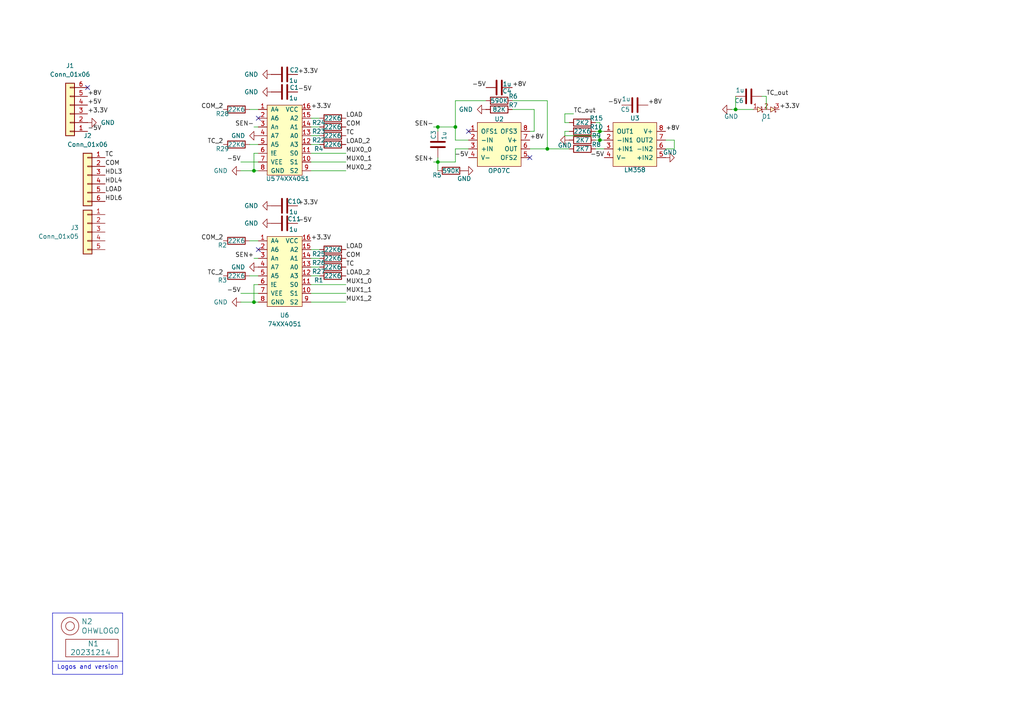
<source format=kicad_sch>
(kicad_sch (version 20231120) (generator "eeschema") (generator_version "8.0")
  (paper "A4")
  (lib_symbols
    (symbol "Connector_Generic:Conn_01x05" (pin_names (offset 1.016) hide)
      (property "Reference" "J" (at 0 7.62 0))
      (property "Value" "Conn_01x05" (at 0 -7.62 0))
      (symbol "Conn_01x05_1_1"
        (rectangle (start -1.27 -4.953) (end 0 -5.207) (stroke (width 0.1524)))
        (rectangle (start -1.27 -2.413) (end 0 -2.667) (stroke (width 0.1524)))
        (rectangle (start -1.27 0.127) (end 0 -0.127) (stroke (width 0.1524)))
        (rectangle (start -1.27 2.667) (end 0 2.413) (stroke (width 0.1524)))
        (rectangle (start -1.27 5.207) (end 0 4.953) (stroke (width 0.1524)))
        (rectangle (start -1.27 6.35) (end 1.27 -6.35) (stroke (width 0.254)) (fill (type background)))
        (pin passive line (at -5.08 5.08 0) (length 3.81) (name "Pin_1") (number "1"))
        (pin passive line (at -5.08 2.54 0) (length 3.81) (name "Pin_2") (number "2"))
        (pin passive line (at -5.08 0 0) (length 3.81) (name "Pin_3") (number "3"))
        (pin passive line (at -5.08 -2.54 0) (length 3.81) (name "Pin_4") (number "4"))
        (pin passive line (at -5.08 -5.08 0) (length 3.81) (name "Pin_5") (number "5"))
      )
    )
    (symbol "Connector_Generic:Conn_01x06" (pin_names (offset 1.016) hide)
      (property "Reference" "J" (at 0 7.62 0))
      (property "Value" "Conn_01x06" (at 0 -10.16 0))
      (symbol "Conn_01x06_1_1"
        (rectangle (start -1.27 -7.493) (end 0 -7.747) (stroke (width 0.1524)))
        (rectangle (start -1.27 -4.953) (end 0 -5.207) (stroke (width 0.1524)))
        (rectangle (start -1.27 -2.413) (end 0 -2.667) (stroke (width 0.1524)))
        (rectangle (start -1.27 0.127) (end 0 -0.127) (stroke (width 0.1524)))
        (rectangle (start -1.27 2.667) (end 0 2.413) (stroke (width 0.1524)))
        (rectangle (start -1.27 5.207) (end 0 4.953) (stroke (width 0.1524)))
        (rectangle (start -1.27 6.35) (end 1.27 -8.89) (stroke (width 0.254)) (fill (type background)))
        (pin passive line (at -5.08 5.08 0) (length 3.81) (name "Pin_1") (number "1"))
        (pin passive line (at -5.08 2.54 0) (length 3.81) (name "Pin_2") (number "2"))
        (pin passive line (at -5.08 0 0) (length 3.81) (name "Pin_3") (number "3"))
        (pin passive line (at -5.08 -2.54 0) (length 3.81) (name "Pin_4") (number "4"))
        (pin passive line (at -5.08 -5.08 0) (length 3.81) (name "Pin_5") (number "5"))
        (pin passive line (at -5.08 -7.62 0) (length 3.81) (name "Pin_6") (number "6"))
      )
    )
    (symbol "Device:C" (pin_numbers hide) (pin_names (offset 0.254))
      (property "Reference" "C" (at 0.635 2.54 0))
      (property "Value" "C" (at 0.635 -2.54 0))
      (symbol "C_0_1"
        (polyline (pts (xy -2.032 -0.762) (xy 2.032 -0.762)) (stroke (width 0.508)))
        (polyline (pts (xy -2.032 0.762) (xy 2.032 0.762)) (stroke (width 0.508)))
      )
      (symbol "C_1_1"
        (pin passive line (at 0 3.81 270) (length 2.794) (name "~") (number "1"))
        (pin passive line (at 0 -3.81 90) (length 2.794) (name "~") (number "2"))
      )
    )
    (symbol "Device:R" (pin_numbers hide) (pin_names (offset 0))
      (property "Reference" "R" (at 2.032 0 90))
      (property "Value" "R" (at 0 0 90))
      (symbol "R_0_1"
        (rectangle (start -1.016 -2.54) (end 1.016 2.54) (stroke (width 0.254)))
      )
      (symbol "R_1_1"
        (pin passive line (at 0 3.81 270) (length 1.27) (name "~") (number "1"))
        (pin passive line (at 0 -3.81 90) (length 1.27) (name "~") (number "2"))
      )
    )
    (symbol "SquantorDiodes:shottky_series"
      (property "Reference" "D" (at 0 8.382 0))
      (symbol "shottky_series_0_1"
        (polyline (pts (xy 0 -1.27) (xy -0.762 -1.27) (xy -0.762 -1.524) (xy -0.508 -1.524)))
        (polyline (pts (xy 0 -1.27) (xy 0.762 -1.27) (xy 0.762 -1.016) (xy 0.508 -1.016)))
        (polyline (pts (xy 0 2.54) (xy -0.762 2.54) (xy -0.762 2.286) (xy -0.508 2.286)))
        (polyline (pts (xy 0 2.54) (xy 0.762 2.54) (xy 0.762 2.794) (xy 0.508 2.794)))
      )
      (symbol "shottky_series_1_1"
        (polyline (pts (xy 0 1.27) (xy 0 -1.27)))
        (polyline (pts (xy 0 -1.27) (xy 0.762 -2.54) (xy -0.762 -2.54) (xy 0 -1.27)) (fill (type background)))
        (polyline (pts (xy 0 2.54) (xy 0.762 1.27) (xy -0.762 1.27) (xy 0 2.54)) (fill (type background)))
        (pin passive line (at 0 -3.81 90) (length 1.27) (name "") (number "1"))
        (pin passive line (at 0 0 90) (length 0) (name "") (number "2"))
        (pin passive line (at 0 3.81 270) (length 1.27) (name "") (number "3"))
      )
    )
    (symbol "SquantorGenericAnalog:opamp_dual_8pin" (pin_names (offset 1.016))
      (property "Reference" "U" (at 0 7.62 0))
      (property "Value" "opamp_dual_8pin" (at 0 -7.62 0))
      (symbol "opamp_dual_8pin_0_1"
        (rectangle (start -6.35 6.35) (end 6.35 -6.35) (fill (type background)))
      )
      (symbol "opamp_dual_8pin_1_1"
        (pin output line (at -8.89 3.81 0) (length 2.54) (name "OUT1") (number "1"))
        (pin input line (at -8.89 1.27 0) (length 2.54) (name "-IN1") (number "2"))
        (pin input line (at -8.89 -1.27 0) (length 2.54) (name "+IN1") (number "3"))
        (pin power_in line (at -8.89 -3.81 0) (length 2.54) (name "V-") (number "4"))
        (pin input line (at 8.89 -3.81 180) (length 2.54) (name "+IN2") (number "5"))
        (pin input line (at 8.89 -1.27 180) (length 2.54) (name "-IN2") (number "6"))
        (pin output line (at 8.89 1.27 180) (length 2.54) (name "OUT2") (number "7"))
        (pin power_in line (at 8.89 3.81 180) (length 2.54) (name "V+") (number "8"))
      )
    )
    (symbol "SquantorGenericAnalog:opamp_single_8pin" (pin_names (offset 1.016))
      (property "Reference" "U" (at 0 7.62 0))
      (property "Value" "opamp_single_8pin" (at 0 -7.62 0))
      (symbol "opamp_single_8pin_0_1"
        (rectangle (start -6.35 6.35) (end 6.35 -6.35) (fill (type background)))
      )
      (symbol "opamp_single_8pin_1_1"
        (pin input line (at -8.89 3.81 0) (length 2.54) (name "OFS1") (number "1"))
        (pin input line (at -8.89 1.27 0) (length 2.54) (name "-IN") (number "2"))
        (pin input line (at -8.89 -1.27 0) (length 2.54) (name "+IN") (number "3"))
        (pin power_in line (at -8.89 -3.81 0) (length 2.54) (name "V-") (number "4"))
        (pin input line (at 8.89 -3.81 180) (length 2.54) (name "OFS2") (number "5"))
        (pin output line (at 8.89 -1.27 180) (length 2.54) (name "OUT") (number "6"))
        (pin power_in line (at 8.89 1.27 180) (length 2.54) (name "V+") (number "7"))
        (pin input line (at 8.89 3.81 180) (length 2.54) (name "OFS3") (number "8"))
      )
    )
    (symbol "SquantorLabels:OHWLOGO" (pin_names (offset 1.016))
      (property "Reference" "N" (at 0 3.81 0))
      (property "Value" "OHWLOGO" (at 0 -3.81 0))
      (symbol "OHWLOGO_0_1"
        (circle (center 0 0) (radius 1.27))
        (circle (center 0 0) (radius 2.54))
      )
    )
    (symbol "SquantorLabels:VYYYYMMDD" (pin_names (offset 1.016))
      (property "Reference" "N" (at 0 2.54 0))
      (property "Value" "VYYYYMMDD" (at 0 0 0))
      (symbol "VYYYYMMDD_0_1"
        (rectangle (start 7.62 -1.27) (end -7.62 3.81))
      )
    )
    (symbol "SquantorLogic:74XX4051" (pin_names (offset 1.016))
      (property "Reference" "U" (at 0 11.176 0))
      (property "Value" "74XX4051" (at 0 -11.176 0))
      (symbol "74XX4051_1_1"
        (rectangle (start -5.08 10.16) (end 5.08 -10.16) (fill (type background)))
        (pin bidirectional line (at -7.62 8.89 0) (length 2.54) (name "A4") (number "1"))
        (pin input line (at 7.62 -6.35 180) (length 2.54) (name "S1") (number "10"))
        (pin input line (at 7.62 -3.81 180) (length 2.54) (name "S0") (number "11"))
        (pin bidirectional line (at 7.62 -1.27 180) (length 2.54) (name "A3") (number "12"))
        (pin bidirectional line (at 7.62 1.27 180) (length 2.54) (name "A0") (number "13"))
        (pin bidirectional line (at 7.62 3.81 180) (length 2.54) (name "A1") (number "14"))
        (pin bidirectional line (at 7.62 6.35 180) (length 2.54) (name "A2") (number "15"))
        (pin bidirectional line (at 7.62 8.89 180) (length 2.54) (name "VCC") (number "16"))
        (pin bidirectional line (at -7.62 6.35 0) (length 2.54) (name "A6") (number "2"))
        (pin bidirectional line (at -7.62 3.81 0) (length 2.54) (name "An") (number "3"))
        (pin bidirectional line (at -7.62 1.27 0) (length 2.54) (name "A7") (number "4"))
        (pin bidirectional line (at -7.62 -1.27 0) (length 2.54) (name "A5") (number "5"))
        (pin input line (at -7.62 -3.81 0) (length 2.54) (name "!E") (number "6"))
        (pin power_in line (at -7.62 -6.35 0) (length 2.54) (name "VEE") (number "7"))
        (pin power_in line (at -7.62 -8.89 0) (length 2.54) (name "GND") (number "8"))
        (pin input line (at 7.62 -8.89 180) (length 2.54) (name "S2") (number "9"))
      )
    )
    (symbol "power:GND" (power) (pin_numbers hide) (pin_names (offset 0) hide)
      (property "Value" "GND" (at 0 -3.81 0))
      (symbol "GND_0_1"
        (polyline (pts (xy 0 0) (xy 0 -1.27) (xy 1.27 -1.27) (xy 0 -2.54) (xy -1.27 -1.27) (xy 0 -1.27)))
      )
      (symbol "GND_1_1"
        (pin power_in line (at 0 0 270) (length 0) (name "~") (number "1"))
      )
    )
  )
  (junction (at 73.66 49.53))
  (junction (at 127 36.83))
  (junction (at 132.08 36.83))
  (junction (at 173.99 38.1))
  (junction (at 173.99 40.64))
  (junction (at 213.36 31.75))
  (junction (at 127 46.99))
  (junction (at 73.66 87.63))
  (junction (at 158.75 43.18))
  (no_connect (at 25.4 25.4))
  (no_connect (at 153.67 45.72))
  (no_connect (at 74.93 72.39))
  (no_connect (at 74.93 34.29))
  (no_connect (at 135.89 38.1))
  (wire (pts (xy 172.72 40.64) (xy 173.99 40.64)))
  (wire (pts (xy 222.25 27.94) (xy 222.25 31.75)))
  (wire (pts (xy 90.17 36.83) (xy 92.71 36.83)))
  (wire (pts (xy 163.83 35.56) (xy 165.1 35.56)))
  (wire (pts (xy 127 36.83) (xy 127 38.1)))
  (wire (pts (xy 73.66 44.45) (xy 73.66 49.53)))
  (wire (pts (xy 173.99 35.56) (xy 172.72 35.56)))
  (wire (pts (xy 90.17 41.91) (xy 92.71 41.91)))
  (wire (pts (xy 220.98 27.94) (xy 222.25 27.94)))
  (wire (pts (xy 148.59 31.75) (xy 154.94 31.75)))
  (wire (pts (xy 73.66 49.53) (xy 74.93 49.53)))
  (wire (pts (xy 212.09 31.75) (xy 213.36 31.75)))
  (polyline (pts (xy 15.24 177.8) (xy 15.24 195.58)))
  (wire (pts (xy 158.75 29.21) (xy 158.75 43.18)))
  (polyline (pts (xy 35.56 177.8) (xy 15.24 177.8)))
  (wire (pts (xy 73.66 82.55) (xy 73.66 87.63)))
  (wire (pts (xy 100.33 85.09) (xy 90.17 85.09)))
  (wire (pts (xy 193.04 43.18) (xy 195.58 43.18)))
  (wire (pts (xy 69.85 46.99) (xy 74.93 46.99)))
  (wire (pts (xy 166.37 33.02) (xy 163.83 33.02)))
  (wire (pts (xy 132.08 29.21) (xy 140.97 29.21)))
  (wire (pts (xy 158.75 43.18) (xy 153.67 43.18)))
  (wire (pts (xy 173.99 38.1) (xy 175.26 38.1)))
  (wire (pts (xy 154.94 38.1) (xy 153.67 38.1)))
  (wire (pts (xy 74.93 82.55) (xy 73.66 82.55)))
  (wire (pts (xy 72.39 31.75) (xy 74.93 31.75)))
  (wire (pts (xy 72.39 69.85) (xy 74.93 69.85)))
  (wire (pts (xy 100.33 87.63) (xy 90.17 87.63)))
  (wire (pts (xy 90.17 80.01) (xy 92.71 80.01)))
  (wire (pts (xy 69.85 87.63) (xy 73.66 87.63)))
  (wire (pts (xy 69.85 49.53) (xy 73.66 49.53)))
  (wire (pts (xy 73.66 87.63) (xy 74.93 87.63)))
  (wire (pts (xy 72.39 41.91) (xy 74.93 41.91)))
  (wire (pts (xy 163.83 33.02) (xy 163.83 35.56)))
  (wire (pts (xy 173.99 38.1) (xy 173.99 35.56)))
  (wire (pts (xy 100.33 49.53) (xy 90.17 49.53)))
  (wire (pts (xy 173.99 40.64) (xy 173.99 39.37)))
  (wire (pts (xy 132.08 43.18) (xy 132.08 46.99)))
  (wire (pts (xy 172.72 43.18) (xy 175.26 43.18)))
  (wire (pts (xy 90.17 39.37) (xy 92.71 39.37)))
  (wire (pts (xy 132.08 40.64) (xy 135.89 40.64)))
  (wire (pts (xy 132.08 36.83) (xy 132.08 40.64)))
  (wire (pts (xy 100.33 46.99) (xy 90.17 46.99)))
  (wire (pts (xy 127 36.83) (xy 132.08 36.83)))
  (wire (pts (xy 125.73 46.99) (xy 127 46.99)))
  (wire (pts (xy 195.58 43.18) (xy 195.58 40.64)))
  (wire (pts (xy 132.08 36.83) (xy 132.08 29.21)))
  (wire (pts (xy 127 45.72) (xy 127 46.99)))
  (wire (pts (xy 154.94 31.75) (xy 154.94 38.1)))
  (wire (pts (xy 100.33 44.45) (xy 90.17 44.45)))
  (wire (pts (xy 173.99 39.37) (xy 163.83 39.37)))
  (wire (pts (xy 195.58 40.64) (xy 193.04 40.64)))
  (wire (pts (xy 158.75 43.18) (xy 165.1 43.18)))
  (wire (pts (xy 73.66 36.83) (xy 74.93 36.83)))
  (wire (pts (xy 213.36 31.75) (xy 218.44 31.75)))
  (wire (pts (xy 163.83 39.37) (xy 163.83 38.1)))
  (polyline (pts (xy 35.56 195.58) (xy 35.56 177.8)))
  (wire (pts (xy 148.59 29.21) (xy 158.75 29.21)))
  (polyline (pts (xy 15.24 195.58) (xy 35.56 195.58)))
  (wire (pts (xy 100.33 82.55) (xy 90.17 82.55)))
  (wire (pts (xy 90.17 74.93) (xy 92.71 74.93)))
  (wire (pts (xy 73.66 74.93) (xy 74.93 74.93)))
  (wire (pts (xy 213.36 27.94) (xy 213.36 31.75)))
  (wire (pts (xy 69.85 85.09) (xy 74.93 85.09)))
  (wire (pts (xy 127 46.99) (xy 127 49.53)))
  (wire (pts (xy 125.73 36.83) (xy 127 36.83)))
  (wire (pts (xy 90.17 77.47) (xy 92.71 77.47)))
  (wire (pts (xy 90.17 34.29) (xy 92.71 34.29)))
  (wire (pts (xy 74.93 44.45) (xy 73.66 44.45)))
  (wire (pts (xy 163.83 38.1) (xy 165.1 38.1)))
  (wire (pts (xy 173.99 40.64) (xy 175.26 40.64)))
  (polyline (pts (xy 15.24 191.77) (xy 35.56 191.77)))
  (wire (pts (xy 72.39 80.01) (xy 74.93 80.01)))
  (wire (pts (xy 90.17 72.39) (xy 92.71 72.39)))
  (wire (pts (xy 172.72 38.1) (xy 173.99 38.1)))
  (wire (pts (xy 135.89 43.18) (xy 132.08 43.18)))
  (wire (pts (xy 127 46.99) (xy 132.08 46.99)))
  (text "Logos and version" (at 16.51 194.31 0) (effects (font (size 1.27 1.27)) (justify left bottom)))
  (label "+8V" (at 148.59 25.4 0))
  (label "MUX1_1" (at 100.33 85.09 0))
  (label "MUX1_2" (at 100.33 87.63 0))
  (label "TC" (at 100.33 39.37 0))
  (label "LOAD" (at 100.33 34.29 0))
  (label "-5V" (at 140.97 25.4 180))
  (label "LOAD" (at 30.48 55.88 0))
  (label "COM_2" (at 64.77 31.75 180))
  (label "HDL4" (at 30.48 53.34 0))
  (label "COM" (at 100.33 36.83 0))
  (label "HDL6" (at 30.48 58.42 0))
  (label "SEN+" (at 125.73 46.99 180))
  (label "-5V" (at 69.85 46.99 180))
  (label "+3.3V" (at 226.06 31.75 0))
  (label "-5V" (at 175.26 45.72 180))
  (label "COM" (at 30.48 48.26 0))
  (label "SEN+" (at 73.66 74.93 180))
  (label "+8V" (at 25.4 27.94 0))
  (label "+8V" (at 153.67 40.64 0))
  (label "-5V" (at 135.89 45.72 180))
  (label "-5V" (at 25.4 38.1 0))
  (label "COM_2" (at 64.77 69.85 180))
  (label "TC_out" (at 166.37 33.02 0))
  (label "SEN-" (at 73.66 36.83 180))
  (label "+3.3V" (at 86.36 21.59 0))
  (label "+3.3V" (at 90.17 69.85 0))
  (label "LOAD_2" (at 100.33 41.91 0))
  (label "-5V" (at 86.36 64.77 0))
  (label "TC" (at 100.33 77.47 0))
  (label "COM" (at 100.33 74.93 0))
  (label "MUX1_0" (at 100.33 82.55 0))
  (label "LOAD" (at 100.33 72.39 0))
  (label "TC" (at 30.48 45.72 0))
  (label "TC_2" (at 64.77 80.01 180))
  (label "-5V" (at 180.34 30.48 180))
  (label "+3.3V" (at 90.17 31.75 0))
  (label "-5V" (at 86.36 26.67 0))
  (label "MUX0_1" (at 100.33 46.99 0))
  (label "MUX0_2" (at 100.33 49.53 0))
  (label "+8V" (at 187.96 30.48 0))
  (label "MUX0_0" (at 100.33 44.45 0))
  (label "+3.3V" (at 86.36 59.69 0))
  (label "+8V" (at 193.04 38.1 0))
  (label "+5V" (at 25.4 30.48 0))
  (label "TC_out" (at 222.25 27.94 0))
  (label "SEN-" (at 125.73 36.83 180))
  (label "TC_2" (at 64.77 41.91 180))
  (label "+3.3V" (at 25.4 33.02 0))
  (label "-5V" (at 69.85 85.09 180))
  (label "HDL3" (at 30.48 50.8 0))
  (label "LOAD_2" (at 100.33 80.01 0))
  (symbol (lib_id "SquantorLabels:VYYYYMMDD") (at 26.67 189.23 0) (unit 1)
    (property "Reference" "N1" (at 25.4 186.69 0) (effects (font (size 1.524 1.524)) (justify left)))
    (property "Value" "20231214" (at 20.32 189.23 0) (effects (font (size 1.524 1.524)) (justify left)))
    (property "Footprint" "SquantorLabels:Label_Generic" (effects (hide yes)))
  )
  (symbol (lib_id "SquantorLabels:OHWLOGO") (at 20.32 181.61 0) (unit 1)
    (property "Reference" "N2" (at 23.5712 180.2638 0) (effects (font (size 1.524 1.524)) (justify left)))
    (property "Value" "OHWLOGO" (at 23.5712 182.9562 0) (effects (font (size 1.524 1.524)) (justify left)))
    (property "Footprint" "Symbol:OSHW-Symbol_6.7x6mm_SilkScreen" (effects (hide yes)))
  )
  (symbol (lib_id "Device:R") (at 68.58 41.91 270) (unit 1)
    (property "Reference" "R29" (at 64.516 43.18 90))
    (property "Value" "22K6" (at 68.58 41.91 90))
    (property "Footprint" "SquantorResistor:R_0603_hand" (effects (hide yes)))
    (property "Description" "Resistor" (effects (hide yes)))
  )
  (symbol (lib_id "SquantorDiodes:shottky_series") (at 222.25 31.75 270) (unit 1)
    (property "Reference" "D1" (at 220.98 33.782 90) (effects (justify left)))
    (property "Value" "~" (at 221.107 34.29 0) (effects (justify left)))
    (property "Footprint" "SquantorIC:SOT23-3" (effects (hide yes)))
  )
  (symbol (lib_id "SquantorLogic:74XX4051") (at 82.55 78.74 0) (unit 1)
    (property "Reference" "U6" (at 82.55 91.44 0))
    (property "Value" "74XX4051" (at 82.55 93.98 0))
    (property "Footprint" "Package_DIP:DIP-16_W7.62mm" (effects (hide yes)))
  )
  (symbol (lib_id "power:GND") (at 74.93 77.47 270) (unit 1)
    (property "Reference" "#PWR02" (effects (hide yes)))
    (property "Value" "GND" (at 71.12 77.4699 90) (effects (justify right)))
    (property "Description" "Power symbol creates a global label with name \"GND\" , ground" (effects (hide yes)))
  )
  (symbol (lib_id "power:GND") (at 212.09 31.75 270) (unit 1)
    (property "Reference" "#PWR010" (effects (hide yes)))
    (property "Value" "GND" (at 214.122 33.782 90) (effects (justify right)))
    (property "Description" "Power symbol creates a global label with name \"GND\" , ground" (effects (hide yes)))
  )
  (symbol (lib_id "SquantorGenericAnalog:opamp_single_8pin") (at 144.78 41.91 0) (unit 1)
    (property "Reference" "U2" (at 144.78 34.544 0))
    (property "Value" "OP07C" (at 144.78 49.53 0))
    (property "Footprint" "Package_DIP:DIP-8_W7.62mm" (effects (hide yes)))
  )
  (symbol (lib_id "Device:R") (at 96.52 39.37 270) (unit 1)
    (property "Reference" "R22" (at 92.456 40.64 90))
    (property "Value" "22K6" (at 96.52 39.37 90))
    (property "Footprint" "SquantorResistor:R_0603_hand" (effects (hide yes)))
    (property "Description" "Resistor" (effects (hide yes)))
  )
  (symbol (lib_id "Device:R") (at 68.58 69.85 270) (unit 1)
    (property "Reference" "R2" (at 64.516 71.12 90))
    (property "Value" "22K6" (at 68.58 69.85 90))
    (property "Footprint" "SquantorResistor:R_0603_hand" (effects (hide yes)))
    (property "Description" "Resistor" (effects (hide yes)))
  )
  (symbol (lib_id "Device:C") (at 82.55 59.69 90) (unit 1)
    (property "Reference" "C10" (at 85.344 58.42 90))
    (property "Value" "1u" (at 85.09 61.468 90))
    (property "Footprint" "SquantorCapacitor:C_0603" (effects (hide yes)))
    (property "Description" "Unpolarized capacitor" (effects (hide yes)))
  )
  (symbol (lib_id "Device:R") (at 96.52 34.29 270) (unit 1)
    (property "Reference" "R24" (at 92.456 35.56 90))
    (property "Value" "22K6" (at 96.52 34.29 90))
    (property "Footprint" "SquantorResistor:R_0603_hand" (effects (hide yes)))
    (property "Description" "Resistor" (effects (hide yes)))
  )
  (symbol (lib_id "Device:R") (at 168.91 40.64 90) (unit 1)
    (property "Reference" "R9" (at 172.974 39.37 90))
    (property "Value" "2K7" (at 168.91 40.64 90))
    (property "Footprint" "SquantorResistor:R_0603_hand" (effects (hide yes)))
    (property "Description" "Resistor" (effects (hide yes)))
  )
  (symbol (lib_id "Device:R") (at 96.52 72.39 270) (unit 1)
    (property "Reference" "R25" (at 92.456 73.66 90))
    (property "Value" "22K6" (at 96.52 72.39 90))
    (property "Footprint" "SquantorResistor:R_0603_hand" (effects (hide yes)))
    (property "Description" "Resistor" (effects (hide yes)))
  )
  (symbol (lib_id "Device:R") (at 96.52 74.93 270) (unit 1)
    (property "Reference" "R26" (at 92.456 76.2 90))
    (property "Value" "22K6" (at 96.52 74.93 90))
    (property "Footprint" "SquantorResistor:R_0603_hand" (effects (hide yes)))
    (property "Description" "Resistor" (effects (hide yes)))
  )
  (symbol (lib_id "power:GND") (at 140.97 31.75 270) (unit 1)
    (property "Reference" "#PWR07" (effects (hide yes)))
    (property "Value" "GND" (at 137.16 31.7499 90) (effects (justify right)))
    (property "Description" "Power symbol creates a global label with name \"GND\" , ground" (effects (hide yes)))
  )
  (symbol (lib_id "power:GND") (at 25.4 35.56 90) (unit 1)
    (property "Reference" "#PWR01" (effects (hide yes)))
    (property "Value" "GND" (at 29.21 35.5599 90) (effects (justify right)))
    (property "Description" "Power symbol creates a global label with name \"GND\" , ground" (effects (hide yes)))
  )
  (symbol (lib_id "Device:R") (at 96.52 80.01 270) (unit 1)
    (property "Reference" "R1" (at 92.456 81.28 90))
    (property "Value" "22K6" (at 96.52 80.01 90))
    (property "Footprint" "SquantorResistor:R_0603_hand" (effects (hide yes)))
    (property "Description" "Resistor" (effects (hide yes)))
  )
  (symbol (lib_id "Device:R") (at 144.78 31.75 90) (unit 1)
    (property "Reference" "R7" (at 148.844 30.48 90))
    (property "Value" "82K" (at 144.78 31.75 90))
    (property "Footprint" "SquantorResistor:R_0603_hand" (effects (hide yes)))
    (property "Description" "Resistor" (effects (hide yes)))
  )
  (symbol (lib_id "Device:R") (at 68.58 80.01 270) (unit 1)
    (property "Reference" "R3" (at 64.516 81.28 90))
    (property "Value" "22K6" (at 68.58 80.01 90))
    (property "Footprint" "SquantorResistor:R_0603_hand" (effects (hide yes)))
    (property "Description" "Resistor" (effects (hide yes)))
  )
  (symbol (lib_id "Device:R") (at 68.58 31.75 270) (unit 1)
    (property "Reference" "R28" (at 64.516 33.02 90))
    (property "Value" "22K6" (at 68.58 31.75 90))
    (property "Footprint" "SquantorResistor:R_0603_hand" (effects (hide yes)))
    (property "Description" "Resistor" (effects (hide yes)))
  )
  (symbol (lib_id "Device:R") (at 168.91 38.1 90) (unit 1)
    (property "Reference" "R10" (at 172.974 36.83 90))
    (property "Value" "22K6" (at 168.91 38.1 90))
    (property "Footprint" "SquantorResistor:R_0603_hand" (effects (hide yes)))
    (property "Description" "Resistor" (effects (hide yes)))
  )
  (symbol (lib_id "Device:C") (at 144.78 25.4 270) (unit 1)
    (property "Reference" "C4" (at 147.066 26.416 90))
    (property "Value" "1u" (at 147.066 24.384 90))
    (property "Footprint" "SquantorCapacitor:C_0603" (effects (hide yes)))
    (property "Description" "Unpolarized capacitor" (effects (hide yes)))
  )
  (symbol (lib_id "Device:R") (at 96.52 36.83 270) (unit 1)
    (property "Reference" "R23" (at 92.456 38.1 90))
    (property "Value" "22K6" (at 96.52 36.83 90))
    (property "Footprint" "SquantorResistor:R_0603_hand" (effects (hide yes)))
    (property "Description" "Resistor" (effects (hide yes)))
  )
  (symbol (lib_id "Device:R") (at 130.81 49.53 270) (unit 1)
    (property "Reference" "R5" (at 126.746 50.8 90))
    (property "Value" "590K" (at 130.81 49.53 90))
    (property "Footprint" "SquantorResistor:R_0603_hand" (effects (hide yes)))
    (property "Description" "Resistor" (effects (hide yes)))
  )
  (symbol (lib_id "power:GND") (at 69.85 49.53 270) (unit 1)
    (property "Reference" "#PWR013" (effects (hide yes)))
    (property "Value" "GND" (at 66.04 49.5299 90) (effects (justify right)))
    (property "Description" "Power symbol creates a global label with name \"GND\" , ground" (effects (hide yes)))
  )
  (symbol (lib_id "power:GND") (at 78.74 64.77 270) (unit 1)
    (property "Reference" "#PWR016" (effects (hide yes)))
    (property "Value" "GND" (at 74.93 64.7699 90) (effects (justify right)))
    (property "Description" "Power symbol creates a global label with name \"GND\" , ground" (effects (hide yes)))
  )
  (symbol (lib_id "power:GND") (at 193.04 45.72 90) (unit 1)
    (property "Reference" "#PWR09" (effects (hide yes)))
    (property "Value" "GND" (at 192.278 44.196 90) (effects (justify right)))
    (property "Description" "Power symbol creates a global label with name \"GND\" , ground" (effects (hide yes)))
  )
  (symbol (lib_id "Connector_Generic:Conn_01x05") (at 25.4 67.31 0) (mirror y) (unit 1)
    (property "Reference" "J3" (at 22.86 66.0399 0) (effects (justify left)))
    (property "Value" "Conn_01x05" (at 22.86 68.5799 0) (effects (justify left)))
    (property "Footprint" "Connector_JST:JST_XH_B5B-XH-A_1x05_P2.50mm_Vertical" (effects (hide yes)))
    (property "Description" "Generic connector, single row, 01x05, script generated (kicad-library-utils/schlib/autogen/connector/)" (effects (hide yes)))
  )
  (symbol (lib_id "power:GND") (at 165.1 40.64 270) (unit 1)
    (property "Reference" "#PWR08" (effects (hide yes)))
    (property "Value" "GND" (at 165.862 42.164 90) (effects (justify right)))
    (property "Description" "Power symbol creates a global label with name \"GND\" , ground" (effects (hide yes)))
  )
  (symbol (lib_id "power:GND") (at 69.85 87.63 270) (unit 1)
    (property "Reference" "#PWR014" (effects (hide yes)))
    (property "Value" "GND" (at 66.04 87.6299 90) (effects (justify right)))
    (property "Description" "Power symbol creates a global label with name \"GND\" , ground" (effects (hide yes)))
  )
  (symbol (lib_id "power:GND") (at 74.93 39.37 270) (unit 1)
    (property "Reference" "#PWR05" (effects (hide yes)))
    (property "Value" "GND" (at 71.12 39.3699 90) (effects (justify right)))
    (property "Description" "Power symbol creates a global label with name \"GND\" , ground" (effects (hide yes)))
  )
  (symbol (lib_id "Device:C") (at 82.55 64.77 90) (unit 1)
    (property "Reference" "C11" (at 85.344 63.5 90))
    (property "Value" "1u" (at 85.09 66.548 90))
    (property "Footprint" "SquantorCapacitor:C_0603" (effects (hide yes)))
    (property "Description" "Unpolarized capacitor" (effects (hide yes)))
  )
  (symbol (lib_id "Device:R") (at 168.91 43.18 90) (unit 1)
    (property "Reference" "R8" (at 172.974 41.91 90))
    (property "Value" "2K7" (at 168.91 43.18 90))
    (property "Footprint" "SquantorResistor:R_0603_hand" (effects (hide yes)))
    (property "Description" "Resistor" (effects (hide yes)))
  )
  (symbol (lib_id "power:GND") (at 134.62 49.53 90) (unit 1)
    (property "Reference" "#PWR06" (effects (hide yes)))
    (property "Value" "GND" (at 132.588 51.816 90) (effects (justify right)))
    (property "Description" "Power symbol creates a global label with name \"GND\" , ground" (effects (hide yes)))
  )
  (symbol (lib_id "Connector_Generic:Conn_01x06") (at 25.4 50.8 0) (mirror y) (unit 1)
    (property "Reference" "J2" (at 25.4 39.37 0))
    (property "Value" "Conn_01x06" (at 25.4 41.91 0))
    (property "Footprint" "Connector_JST:JST_XH_B6B-XH-A_1x06_P2.50mm_Vertical" (effects (hide yes)))
    (property "Description" "Generic connector, single row, 01x06, script generated (kicad-library-utils/schlib/autogen/connector/)" (effects (hide yes)))
  )
  (symbol (lib_id "Device:C") (at 82.55 21.59 90) (unit 1)
    (property "Reference" "C2" (at 85.344 20.32 90))
    (property "Value" "1u" (at 85.09 23.368 90))
    (property "Footprint" "SquantorCapacitor:C_0603" (effects (hide yes)))
    (property "Description" "Unpolarized capacitor" (effects (hide yes)))
  )
  (symbol (lib_id "power:GND") (at 78.74 59.69 270) (unit 1)
    (property "Reference" "#PWR015" (effects (hide yes)))
    (property "Value" "GND" (at 74.93 59.6899 90) (effects (justify right)))
    (property "Description" "Power symbol creates a global label with name \"GND\" , ground" (effects (hide yes)))
  )
  (symbol (lib_id "Device:C") (at 127 41.91 180) (unit 1)
    (property "Reference" "C3" (at 125.73 39.116 90))
    (property "Value" "1u" (at 128.778 39.37 90))
    (property "Footprint" "SquantorCapacitor:C_0603" (effects (hide yes)))
    (property "Description" "Unpolarized capacitor" (effects (hide yes)))
  )
  (symbol (lib_id "Device:C") (at 82.55 26.67 90) (unit 1)
    (property "Reference" "C1" (at 85.344 25.4 90))
    (property "Value" "1u" (at 85.09 28.448 90))
    (property "Footprint" "SquantorCapacitor:C_0603" (effects (hide yes)))
    (property "Description" "Unpolarized capacitor" (effects (hide yes)))
  )
  (symbol (lib_id "Connector_Generic:Conn_01x06") (at 20.32 33.02 180) (unit 1)
    (property "Reference" "J1" (at 20.32 19.05 0))
    (property "Value" "Conn_01x06" (at 20.32 21.59 0))
    (property "Footprint" "Connector_Molex:Molex_KK-254_AE-6410-06A_1x06_P2.54mm_Vertical" (effects (hide yes)))
    (property "Description" "Generic connector, single row, 01x06, script generated (kicad-library-utils/schlib/autogen/connector/)" (effects (hide yes)))
  )
  (symbol (lib_id "power:GND") (at 78.74 21.59 270) (unit 1)
    (property "Reference" "#PWR04" (effects (hide yes)))
    (property "Value" "GND" (at 74.93 21.5899 90) (effects (justify right)))
    (property "Description" "Power symbol creates a global label with name \"GND\" , ground" (effects (hide yes)))
  )
  (symbol (lib_id "SquantorGenericAnalog:opamp_dual_8pin") (at 184.15 41.91 0) (unit 1)
    (property "Reference" "U3" (at 184.15 34.29 0))
    (property "Value" "LM358" (at 184.15 49.276 0))
    (property "Footprint" "Package_DIP:DIP-8_W7.62mm" (effects (hide yes)))
  )
  (symbol (lib_id "Device:R") (at 96.52 41.91 270) (unit 1)
    (property "Reference" "R4" (at 92.456 43.18 90))
    (property "Value" "22K6" (at 96.52 41.91 90))
    (property "Footprint" "SquantorResistor:R_0603_hand" (effects (hide yes)))
    (property "Description" "Resistor" (effects (hide yes)))
  )
  (symbol (lib_id "Device:R") (at 144.78 29.21 90) (unit 1)
    (property "Reference" "R6" (at 148.844 27.94 90))
    (property "Value" "590K" (at 144.78 29.21 90))
    (property "Footprint" "SquantorResistor:R_0603_hand" (effects (hide yes)))
    (property "Description" "Resistor" (effects (hide yes)))
  )
  (symbol (lib_id "power:GND") (at 78.74 26.67 270) (unit 1)
    (property "Reference" "#PWR03" (effects (hide yes)))
    (property "Value" "GND" (at 74.93 26.6699 90) (effects (justify right)))
    (property "Description" "Power symbol creates a global label with name \"GND\" , ground" (effects (hide yes)))
  )
  (symbol (lib_id "SquantorLogic:74XX4051") (at 82.55 40.64 0) (unit 1)
    (property "Reference" "U5" (at 78.486 51.816 0))
    (property "Value" "74XX4051" (at 84.836 51.816 0))
    (property "Footprint" "Package_DIP:DIP-16_W7.62mm" (effects (hide yes)))
  )
  (symbol (lib_id "Device:C") (at 184.15 30.48 270) (unit 1)
    (property "Reference" "C5" (at 181.356 31.75 90))
    (property "Value" "1u" (at 181.61 28.702 90))
    (property "Footprint" "SquantorCapacitor:C_0603" (effects (hide yes)))
    (property "Description" "Unpolarized capacitor" (effects (hide yes)))
  )
  (symbol (lib_id "Device:C") (at 217.17 27.94 270) (unit 1)
    (property "Reference" "C6" (at 214.376 29.21 90))
    (property "Value" "1u" (at 214.63 26.162 90))
    (property "Footprint" "SquantorCapacitor:C_0603" (effects (hide yes)))
    (property "Description" "Unpolarized capacitor" (effects (hide yes)))
  )
  (symbol (lib_id "Device:R") (at 168.91 35.56 90) (unit 1)
    (property "Reference" "R15" (at 172.974 34.29 90))
    (property "Value" "2K2" (at 168.91 35.56 90))
    (property "Footprint" "SquantorResistor:R_0603_hand" (effects (hide yes)))
    (property "Description" "Resistor" (effects (hide yes)))
  )
  (symbol (lib_id "Device:R") (at 96.52 77.47 270) (unit 1)
    (property "Reference" "R27" (at 92.456 78.74 90))
    (property "Value" "22K6" (at 96.52 77.47 90))
    (property "Footprint" "SquantorResistor:R_0603_hand" (effects (hide yes)))
    (property "Description" "Resistor" (effects (hide yes)))
  )
)
</source>
